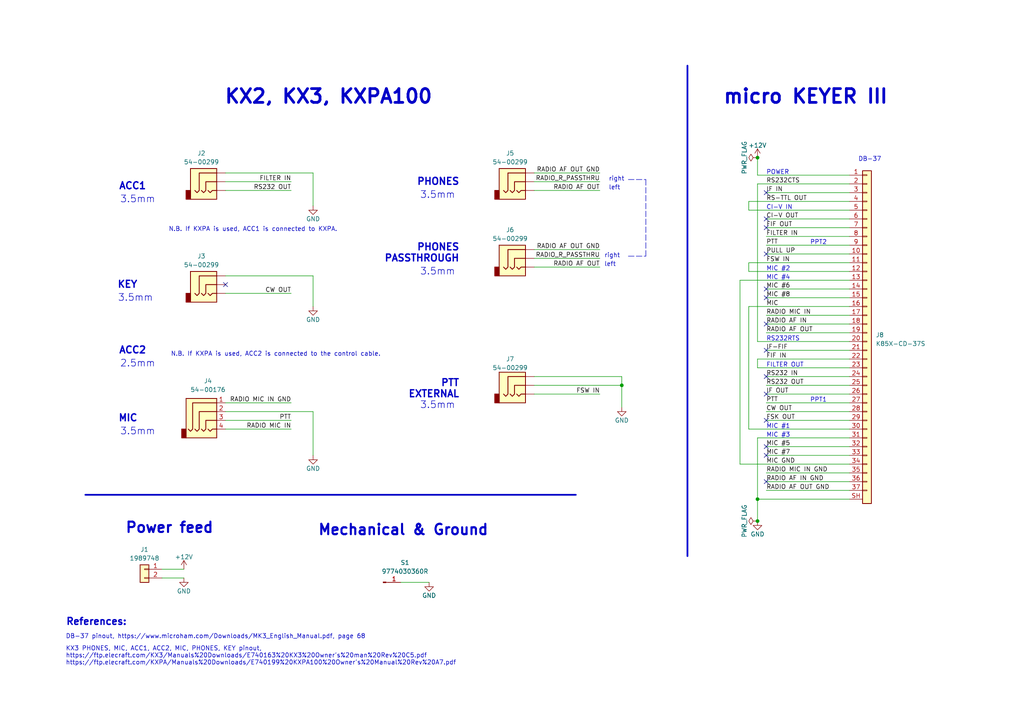
<source format=kicad_sch>
(kicad_sch (version 20230121) (generator eeschema)
  (paper "A4")
  (title_block (title "MicroHAM micro KEYER III DB-37  to KX2/KX3 interface board") (date "2023-02-27") (rev "1") (company "CC BY-SA 4.0") (comment 1 "Copyright © 2023 Christian Kuhtz."))
  (lib_symbols
    (symbol "Connector_Audio_Tensility:54-00176"
      (property "Reference" "J" (at 0 8.89 0))
      (property "Value" "54-00176" (at 0 6.35 0))
      (symbol "54-00176_0_1"
        (rectangle (start -6.35 -7.62) (end -7.62 -5.08) (stroke (width 0.254)) (fill (type outline)))
        (polyline (pts (xy 0 -5.08) (xy 0.635 -5.715) (xy 1.27 -5.08) (xy 2.54 -5.08)) (stroke (width 0.254)))
        (polyline (pts (xy -5.715 -5.08) (xy -5.08 -5.715) (xy -4.445 -5.08) (xy -4.445 2.54) (xy 2.54 2.54)) (stroke (width 0.254)))
        (polyline (pts (xy -1.905 -5.08) (xy -1.27 -5.715) (xy -0.635 -5.08) (xy -0.635 -2.54) (xy 2.54 -2.54)) (stroke (width 0.254)))
        (polyline (pts (xy 2.54 0) (xy -2.54 0) (xy -2.54 -5.08) (xy -3.175 -5.715) (xy -3.81 -5.08)) (stroke (width 0.254)))
        (rectangle (start 2.54 3.81) (end -6.35 -7.62) (stroke (width 0.254)) (fill (type background)))
      )
      (symbol "54-00176_1_0"
        (pin no_connect line (at 5.08 -7.62 180) (length 2.54) hide (name "NC") (number "5"))
        (pin no_connect line (at 5.08 -7.62 180) (length 2.54) hide (name "NC") (number "6"))
      )
      (symbol "54-00176_1_1"
        (pin passive line (at 5.08 2.54 180) (length 2.54) (name "S") (number "1"))
        (pin passive line (at 5.08 0 180) (length 2.54) (name "R2") (number "2"))
        (pin passive line (at 5.08 -2.54 180) (length 2.54) (name "R1") (number "3"))
        (pin passive line (at 5.08 -5.08 180) (length 2.54) (name "T") (number "4"))
      )
    )
    (symbol "Connector_Audio_Tensility:54-00299"
      (property "Reference" "J" (at 0 8.89 0))
      (property "Value" "54-00299" (at 0 6.35 0))
      (symbol "54-00299_0_1"
        (rectangle (start -5.08 -2.54) (end -6.35 -5.08) (stroke (width 0.254)) (fill (type outline)))
        (polyline (pts (xy 0 -2.54) (xy 0.635 -3.175) (xy 1.27 -2.54) (xy 2.54 -2.54)) (stroke (width 0.254)))
        (polyline (pts (xy -1.905 -2.54) (xy -1.27 -3.175) (xy -0.635 -2.54) (xy -0.635 0) (xy 2.54 0)) (stroke (width 0.254)))
        (polyline (pts (xy 2.54 2.54) (xy -2.54 2.54) (xy -2.54 -2.54) (xy -3.175 -3.175) (xy -3.81 -2.54)) (stroke (width 0.254)))
        (rectangle (start 2.54 3.81) (end -5.08 -5.08) (stroke (width 0.254)) (fill (type background)))
      )
      (symbol "54-00299_1_0"
        (pin no_connect line (at 5.08 -5.08 180) (length 2.54) hide (name "NC") (number "4"))
        (pin no_connect line (at 5.08 -5.08 180) (length 2.54) hide (name "NC") (number "5"))
      )
      (symbol "54-00299_1_1"
        (pin passive line (at 5.08 2.54 180) (length 2.54) (name "S") (number "1"))
        (pin passive line (at 5.08 0 180) (length 2.54) (name "R") (number "2"))
        (pin passive line (at 5.08 -2.54 180) (length 2.54) (name "T") (number "3"))
      )
    )
    (symbol "Connector_COMBICON_Phoenix:1989748" (pin_names (offset 1.016) hide)
      (property "Reference" "J" (at 0 5.08 0))
      (property "Value" "1989748" (at 0 2.54 0))
      (symbol "1989748_1_1"
        (rectangle (start -1.27 -2.413) (end 0 -2.667) (stroke (width 0.1524)))
        (rectangle (start -1.27 0.127) (end 0 -0.127) (stroke (width 0.1524)))
        (rectangle (start -1.27 1.27) (end 1.27 -3.81) (stroke (width 0.254)) (fill (type background)))
        (pin passive line (at -5.08 0 0) (length 3.81) (name "Pin_1") (number "1"))
        (pin passive line (at -5.08 -2.54 0) (length 3.81) (name "Pin_2") (number "2"))
      )
    )
    (symbol "Connector_Dsub_Kycon:K85X-CD-37S" (pin_names (offset 0.254))
      (property "Reference" "J" (at 5.08 2.54 0))
      (property "Value" "K85X-CD-37S" (at 5.08 -97.79 0))
      (symbol "K85X-CD-37S_1_1"
        (rectangle (start 3.81 -91.313) (end 5.08 -91.567) (stroke (width 0.1524)))
        (rectangle (start 3.81 -88.773) (end 5.08 -89.027) (stroke (width 0.1524)))
        (rectangle (start 3.81 -86.233) (end 5.08 -86.487) (stroke (width 0.1524)))
        (rectangle (start 3.81 -83.693) (end 5.08 -83.947) (stroke (width 0.1524)))
        (rectangle (start 3.81 -81.153) (end 5.08 -81.407) (stroke (width 0.1524)))
        (rectangle (start 3.81 -78.613) (end 5.08 -78.867) (stroke (width 0.1524)))
        (rectangle (start 3.81 -76.073) (end 5.08 -76.327) (stroke (width 0.1524)))
        (rectangle (start 3.81 -73.533) (end 5.08 -73.787) (stroke (width 0.1524)))
        (rectangle (start 3.81 -70.993) (end 5.08 -71.247) (stroke (width 0.1524)))
        (rectangle (start 3.81 -68.453) (end 5.08 -68.707) (stroke (width 0.1524)))
        (rectangle (start 3.81 -65.913) (end 5.08 -66.167) (stroke (width 0.1524)))
        (rectangle (start 3.81 -63.373) (end 5.08 -63.627) (stroke (width 0.1524)))
        (rectangle (start 3.81 -60.833) (end 5.08 -61.087) (stroke (width 0.1524)))
        (rectangle (start 3.81 -58.293) (end 5.08 -58.547) (stroke (width 0.1524)))
        (rectangle (start 3.81 -55.753) (end 5.08 -56.007) (stroke (width 0.1524)))
        (rectangle (start 3.81 -53.213) (end 5.08 -53.467) (stroke (width 0.1524)))
        (rectangle (start 3.81 -50.673) (end 5.08 -50.927) (stroke (width 0.1524)))
        (rectangle (start 3.81 -48.133) (end 5.08 -48.387) (stroke (width 0.1524)))
        (rectangle (start 3.81 -45.593) (end 5.08 -45.847) (stroke (width 0.1524)))
        (rectangle (start 3.81 -43.053) (end 5.08 -43.307) (stroke (width 0.1524)))
        (rectangle (start 3.81 -40.513) (end 5.08 -40.767) (stroke (width 0.1524)))
        (rectangle (start 3.81 -37.973) (end 5.08 -38.227) (stroke (width 0.1524)))
        (rectangle (start 3.81 -35.433) (end 5.08 -35.687) (stroke (width 0.1524)))
        (rectangle (start 3.81 -32.893) (end 5.08 -33.147) (stroke (width 0.1524)))
        (rectangle (start 3.81 -30.353) (end 5.08 -30.607) (stroke (width 0.1524)))
        (rectangle (start 3.81 -27.813) (end 5.08 -28.067) (stroke (width 0.1524)))
        (rectangle (start 3.81 -25.273) (end 5.08 -25.527) (stroke (width 0.1524)))
        (rectangle (start 3.81 -22.733) (end 5.08 -22.987) (stroke (width 0.1524)))
        (rectangle (start 3.81 -20.193) (end 5.08 -20.447) (stroke (width 0.1524)))
        (rectangle (start 3.81 -17.653) (end 5.08 -17.907) (stroke (width 0.1524)))
        (rectangle (start 3.81 -15.113) (end 5.08 -15.367) (stroke (width 0.1524)))
        (rectangle (start 3.81 -12.573) (end 5.08 -12.827) (stroke (width 0.1524)))
        (rectangle (start 3.81 -10.033) (end 5.08 -10.287) (stroke (width 0.1524)))
        (rectangle (start 3.81 -7.493) (end 5.08 -7.747) (stroke (width 0.1524)))
        (rectangle (start 3.81 -4.953) (end 5.08 -5.207) (stroke (width 0.1524)))
        (rectangle (start 3.81 -2.413) (end 5.08 -2.667) (stroke (width 0.1524)))
        (rectangle (start 3.81 0.127) (end 5.08 -0.127) (stroke (width 0.1524)))
        (rectangle (start 3.81 1.27) (end 6.35 -95.25) (stroke (width 0.254)) (fill (type background)))
        (pin passive line (at 0 0 0) (length 3.81) (name "Pin_1") (number "1"))
        (pin passive line (at 0 -22.86 0) (length 3.81) (name "Pin_10") (number "10"))
        (pin passive line (at 0 -25.4 0) (length 3.81) (name "Pin_11") (number "11"))
        (pin passive line (at 0 -27.94 0) (length 3.81) (name "Pin_12") (number "12"))
        (pin passive line (at 0 -30.48 0) (length 3.81) (name "Pin_13") (number "13"))
        (pin passive line (at 0 -33.02 0) (length 3.81) (name "Pin_14") (number "14"))
        (pin passive line (at 0 -35.56 0) (length 3.81) (name "Pin_15") (number "15"))
        (pin passive line (at 0 -38.1 0) (length 3.81) (name "Pin_16") (number "16"))
        (pin passive line (at 0 -40.64 0) (length 3.81) (name "Pin_17") (number "17"))
        (pin passive line (at 0 -43.18 0) (length 3.81) (name "Pin_18") (number "18"))
        (pin passive line (at 0 -45.72 0) (length 3.81) (name "Pin_19") (number "19"))
        (pin passive line (at 0 -2.54 0) (length 3.81) (name "Pin_2") (number "2"))
        (pin passive line (at 0 -48.26 0) (length 3.81) (name "Pin_20") (number "20"))
        (pin passive line (at 0 -50.8 0) (length 3.81) (name "Pin_21") (number "21"))
        (pin passive line (at 0 -53.34 0) (length 3.81) (name "Pin_22") (number "22"))
        (pin passive line (at 0 -55.88 0) (length 3.81) (name "Pin_23") (number "23"))
        (pin passive line (at 0 -58.42 0) (length 3.81) (name "Pin_24") (number "24"))
        (pin passive line (at 0 -60.96 0) (length 3.81) (name "Pin_25") (number "25"))
        (pin passive line (at 0 -63.5 0) (length 3.81) (name "Pin_26") (number "26"))
        (pin passive line (at 0 -66.04 0) (length 3.81) (name "Pin_27") (number "27"))
        (pin passive line (at 0 -68.58 0) (length 3.81) (name "Pin_28") (number "28"))
        (pin passive line (at 0 -71.12 0) (length 3.81) (name "Pin_29") (number "29"))
        (pin passive line (at 0 -5.08 0) (length 3.81) (name "Pin_3") (number "3"))
        (pin passive line (at 0 -73.66 0) (length 3.81) (name "Pin_30") (number "30"))
        (pin passive line (at 0 -76.2 0) (length 3.81) (name "Pin_31") (number "31"))
        (pin passive line (at 0 -78.74 0) (length 3.81) (name "Pin_32") (number "32"))
        (pin passive line (at 0 -81.28 0) (length 3.81) (name "Pin_33") (number "33"))
        (pin passive line (at 0 -83.82 0) (length 3.81) (name "Pin_34") (number "34"))
        (pin passive line (at 0 -86.36 0) (length 3.81) (name "Pin_35") (number "35"))
        (pin passive line (at 0 -88.9 0) (length 3.81) (name "Pin_36") (number "36"))
        (pin passive line (at 0 -91.44 0) (length 3.81) (name "Pin_37") (number "37"))
        (pin passive line (at 0 -7.62 0) (length 3.81) (name "Pin_4") (number "4"))
        (pin passive line (at 0 -10.16 0) (length 3.81) (name "Pin_5") (number "5"))
        (pin passive line (at 0 -12.7 0) (length 3.81) (name "Pin_6") (number "6"))
        (pin passive line (at 0 -15.24 0) (length 3.81) (name "Pin_7") (number "7"))
        (pin passive line (at 0 -17.78 0) (length 3.81) (name "Pin_8") (number "8"))
        (pin passive line (at 0 -20.32 0) (length 3.81) (name "Pin_9") (number "9"))
        (pin power_in line (at 0 -93.98 0) (length 3.81) (name "SH") (number "SH"))
      )
      (symbol "K85X-CD-37S_1_2"
        (polyline (pts (xy 5.08 -93.98) (xy 12.7 -93.98)) (stroke (width 0.127)))
        (polyline (pts (xy 5.08 2.54) (xy 5.08 -93.98)) (stroke (width 0.127)))
        (polyline (pts (xy 7.62 -91.44) (xy 5.08 -91.44)) (stroke (width 0.127)))
        (polyline (pts (xy 7.62 -91.44) (xy 8.89 -92.2867)) (stroke (width 0.127)))
        (polyline (pts (xy 7.62 -91.44) (xy 8.89 -90.5933)) (stroke (width 0.127)))
        (polyline (pts (xy 7.62 -88.9) (xy 5.08 -88.9)) (stroke (width 0.127)))
        (polyline (pts (xy 7.62 -88.9) (xy 8.89 -89.7467)) (stroke (width 0.127)))
        (polyline (pts (xy 7.62 -88.9) (xy 8.89 -88.0533)) (stroke (width 0.127)))
        (polyline (pts (xy 7.62 -86.36) (xy 5.08 -86.36)) (stroke (width 0.127)))
        (polyline (pts (xy 7.62 -86.36) (xy 8.89 -87.2067)) (stroke (width 0.127)))
        (polyline (pts (xy 7.62 -86.36) (xy 8.89 -85.5133)) (stroke (width 0.127)))
        (polyline (pts (xy 7.62 -83.82) (xy 5.08 -83.82)) (stroke (width 0.127)))
        (polyline (pts (xy 7.62 -83.82) (xy 8.89 -84.6667)) (stroke (width 0.127)))
        (polyline (pts (xy 7.62 -83.82) (xy 8.89 -82.9733)) (stroke (width 0.127)))
        (polyline (pts (xy 7.62 -81.28) (xy 5.08 -81.28)) (stroke (width 0.127)))
        (polyline (pts (xy 7.62 -81.28) (xy 8.89 -82.1267)) (stroke (width 0.127)))
        (polyline (pts (xy 7.62 -81.28) (xy 8.89 -80.4333)) (stroke (width 0.127)))
        (polyline (pts (xy 7.62 -78.74) (xy 5.08 -78.74)) (stroke (width 0.127)))
        (polyline (pts (xy 7.62 -78.74) (xy 8.89 -79.5867)) (stroke (width 0.127)))
        (polyline (pts (xy 7.62 -78.74) (xy 8.89 -77.8933)) (stroke (width 0.127)))
        (polyline (pts (xy 7.62 -76.2) (xy 5.08 -76.2)) (stroke (width 0.127)))
        (polyline (pts (xy 7.62 -76.2) (xy 8.89 -77.0467)) (stroke (width 0.127)))
        (polyline (pts (xy 7.62 -76.2) (xy 8.89 -75.3533)) (stroke (width 0.127)))
        (polyline (pts (xy 7.62 -73.66) (xy 5.08 -73.66)) (stroke (width 0.127)))
        (polyline (pts (xy 7.62 -73.66) (xy 8.89 -74.5067)) (stroke (width 0.127)))
        (polyline (pts (xy 7.62 -73.66) (xy 8.89 -72.8133)) (stroke (width 0.127)))
        (polyline (pts (xy 7.62 -71.12) (xy 5.08 -71.12)) (stroke (width 0.127)))
        (polyline (pts (xy 7.62 -71.12) (xy 8.89 -71.9667)) (stroke (width 0.127)))
        (polyline (pts (xy 7.62 -71.12) (xy 8.89 -70.2733)) (stroke (width 0.127)))
        (polyline (pts (xy 7.62 -68.58) (xy 5.08 -68.58)) (stroke (width 0.127)))
        (polyline (pts (xy 7.62 -68.58) (xy 8.89 -69.4267)) (stroke (width 0.127)))
        (polyline (pts (xy 7.62 -68.58) (xy 8.89 -67.7333)) (stroke (width 0.127)))
        (polyline (pts (xy 7.62 -66.04) (xy 5.08 -66.04)) (stroke (width 0.127)))
        (polyline (pts (xy 7.62 -66.04) (xy 8.89 -66.8867)) (stroke (width 0.127)))
        (polyline (pts (xy 7.62 -66.04) (xy 8.89 -65.1933)) (stroke (width 0.127)))
        (polyline (pts (xy 7.62 -63.5) (xy 5.08 -63.5)) (stroke (width 0.127)))
        (polyline (pts (xy 7.62 -63.5) (xy 8.89 -64.3467)) (stroke (width 0.127)))
        (polyline (pts (xy 7.62 -63.5) (xy 8.89 -62.6533)) (stroke (width 0.127)))
        (polyline (pts (xy 7.62 -60.96) (xy 5.08 -60.96)) (stroke (width 0.127)))
        (polyline (pts (xy 7.62 -60.96) (xy 8.89 -61.8067)) (stroke (width 0.127)))
        (polyline (pts (xy 7.62 -60.96) (xy 8.89 -60.1133)) (stroke (width 0.127)))
        (polyline (pts (xy 7.62 -58.42) (xy 5.08 -58.42)) (stroke (width 0.127)))
        (polyline (pts (xy 7.62 -58.42) (xy 8.89 -59.2667)) (stroke (width 0.127)))
        (polyline (pts (xy 7.62 -58.42) (xy 8.89 -57.5733)) (stroke (width 0.127)))
        (polyline (pts (xy 7.62 -55.88) (xy 5.08 -55.88)) (stroke (width 0.127)))
        (polyline (pts (xy 7.62 -55.88) (xy 8.89 -56.7267)) (stroke (width 0.127)))
        (polyline (pts (xy 7.62 -55.88) (xy 8.89 -55.0333)) (stroke (width 0.127)))
        (polyline (pts (xy 7.62 -53.34) (xy 5.08 -53.34)) (stroke (width 0.127)))
        (polyline (pts (xy 7.62 -53.34) (xy 8.89 -54.1867)) (stroke (width 0.127)))
        (polyline (pts (xy 7.62 -53.34) (xy 8.89 -52.4933)) (stroke (width 0.127)))
        (polyline (pts (xy 7.62 -50.8) (xy 5.08 -50.8)) (stroke (width 0.127)))
        (polyline (pts (xy 7.62 -50.8) (xy 8.89 -51.6467)) (stroke (width 0.127)))
        (polyline (pts (xy 7.62 -50.8) (xy 8.89 -49.9533)) (stroke (width 0.127)))
        (polyline (pts (xy 7.62 -48.26) (xy 5.08 -48.26)) (stroke (width 0.127)))
        (polyline (pts (xy 7.62 -48.26) (xy 8.89 -49.1067)) (stroke (width 0.127)))
        (polyline (pts (xy 7.62 -48.26) (xy 8.89 -47.4133)) (stroke (width 0.127)))
        (polyline (pts (xy 7.62 -45.72) (xy 5.08 -45.72)) (stroke (width 0.127)))
        (polyline (pts (xy 7.62 -45.72) (xy 8.89 -46.5667)) (stroke (width 0.127)))
        (polyline (pts (xy 7.62 -45.72) (xy 8.89 -44.8733)) (stroke (width 0.127)))
        (polyline (pts (xy 7.62 -43.18) (xy 5.08 -43.18)) (stroke (width 0.127)))
        (polyline (pts (xy 7.62 -43.18) (xy 8.89 -44.0267)) (stroke (width 0.127)))
        (polyline (pts (xy 7.62 -43.18) (xy 8.89 -42.3333)) (stroke (width 0.127)))
        (polyline (pts (xy 7.62 -40.64) (xy 5.08 -40.64)) (stroke (width 0.127)))
        (polyline (pts (xy 7.62 -40.64) (xy 8.89 -41.4867)) (stroke (width 0.127)))
        (polyline (pts (xy 7.62 -40.64) (xy 8.89 -39.7933)) (stroke (width 0.127)))
        (polyline (pts (xy 7.62 -38.1) (xy 5.08 -38.1)) (stroke (width 0.127)))
        (polyline (pts (xy 7.62 -38.1) (xy 8.89 -38.9467)) (stroke (width 0.127)))
        (polyline (pts (xy 7.62 -38.1) (xy 8.89 -37.2533)) (stroke (width 0.127)))
        (polyline (pts (xy 7.62 -35.56) (xy 5.08 -35.56)) (stroke (width 0.127)))
        (polyline (pts (xy 7.62 -35.56) (xy 8.89 -36.4067)) (stroke (width 0.127)))
        (polyline (pts (xy 7.62 -35.56) (xy 8.89 -34.7133)) (stroke (width 0.127)))
        (polyline (pts (xy 7.62 -33.02) (xy 5.08 -33.02)) (stroke (width 0.127)))
        (polyline (pts (xy 7.62 -33.02) (xy 8.89 -33.8667)) (stroke (width 0.127)))
        (polyline (pts (xy 7.62 -33.02) (xy 8.89 -32.1733)) (stroke (width 0.127)))
        (polyline (pts (xy 7.62 -30.48) (xy 5.08 -30.48)) (stroke (width 0.127)))
        (polyline (pts (xy 7.62 -30.48) (xy 8.89 -31.3267)) (stroke (width 0.127)))
        (polyline (pts (xy 7.62 -30.48) (xy 8.89 -29.6333)) (stroke (width 0.127)))
        (polyline (pts (xy 7.62 -27.94) (xy 5.08 -27.94)) (stroke (width 0.127)))
        (polyline (pts (xy 7.62 -27.94) (xy 8.89 -28.7867)) (stroke (width 0.127)))
        (polyline (pts (xy 7.62 -27.94) (xy 8.89 -27.0933)) (stroke (width 0.127)))
        (polyline (pts (xy 7.62 -25.4) (xy 5.08 -25.4)) (stroke (width 0.127)))
        (polyline (pts (xy 7.62 -25.4) (xy 8.89 -26.2467)) (stroke (width 0.127)))
        (polyline (pts (xy 7.62 -25.4) (xy 8.89 -24.5533)) (stroke (width 0.127)))
        (polyline (pts (xy 7.62 -22.86) (xy 5.08 -22.86)) (stroke (width 0.127)))
        (polyline (pts (xy 7.62 -22.86) (xy 8.89 -23.7067)) (stroke (width 0.127)))
        (polyline (pts (xy 7.62 -22.86) (xy 8.89 -22.0133)) (stroke (width 0.127)))
        (polyline (pts (xy 7.62 -20.32) (xy 5.08 -20.32)) (stroke (width 0.127)))
        (polyline (pts (xy 7.62 -20.32) (xy 8.89 -21.1667)) (stroke (width 0.127)))
        (polyline (pts (xy 7.62 -20.32) (xy 8.89 -19.4733)) (stroke (width 0.127)))
        (polyline (pts (xy 7.62 -17.78) (xy 5.08 -17.78)) (stroke (width 0.127)))
        (polyline (pts (xy 7.62 -17.78) (xy 8.89 -18.6267)) (stroke (width 0.127)))
        (polyline (pts (xy 7.62 -17.78) (xy 8.89 -16.9333)) (stroke (width 0.127)))
        (polyline (pts (xy 7.62 -15.24) (xy 5.08 -15.24)) (stroke (width 0.127)))
        (polyline (pts (xy 7.62 -15.24) (xy 8.89 -16.0867)) (stroke (width 0.127)))
        (polyline (pts (xy 7.62 -15.24) (xy 8.89 -14.3933)) (stroke (width 0.127)))
        (polyline (pts (xy 7.62 -12.7) (xy 5.08 -12.7)) (stroke (width 0.127)))
        (polyline (pts (xy 7.62 -12.7) (xy 8.89 -13.5467)) (stroke (width 0.127)))
        (polyline (pts (xy 7.62 -12.7) (xy 8.89 -11.8533)) (stroke (width 0.127)))
        (polyline (pts (xy 7.62 -10.16) (xy 5.08 -10.16)) (stroke (width 0.127)))
        (polyline (pts (xy 7.62 -10.16) (xy 8.89 -11.0067)) (stroke (width 0.127)))
        (polyline (pts (xy 7.62 -10.16) (xy 8.89 -9.3133)) (stroke (width 0.127)))
        (polyline (pts (xy 7.62 -7.62) (xy 5.08 -7.62)) (stroke (width 0.127)))
        (polyline (pts (xy 7.62 -7.62) (xy 8.89 -8.4667)) (stroke (width 0.127)))
        (polyline (pts (xy 7.62 -7.62) (xy 8.89 -6.7733)) (stroke (width 0.127)))
        (polyline (pts (xy 7.62 -5.08) (xy 5.08 -5.08)) (stroke (width 0.127)))
        (polyline (pts (xy 7.62 -5.08) (xy 8.89 -5.9267)) (stroke (width 0.127)))
        (polyline (pts (xy 7.62 -5.08) (xy 8.89 -4.2333)) (stroke (width 0.127)))
        (polyline (pts (xy 7.62 -2.54) (xy 5.08 -2.54)) (stroke (width 0.127)))
        (polyline (pts (xy 7.62 -2.54) (xy 8.89 -3.3867)) (stroke (width 0.127)))
        (polyline (pts (xy 7.62 -2.54) (xy 8.89 -1.6933)) (stroke (width 0.127)))
        (polyline (pts (xy 7.62 0) (xy 5.08 0)) (stroke (width 0.127)))
        (polyline (pts (xy 7.62 0) (xy 8.89 -0.8467)) (stroke (width 0.127)))
        (polyline (pts (xy 7.62 0) (xy 8.89 0.8467)) (stroke (width 0.127)))
        (polyline (pts (xy 12.7 -93.98) (xy 12.7 2.54)) (stroke (width 0.127)))
        (polyline (pts (xy 12.7 2.54) (xy 5.08 2.54)) (stroke (width 0.127)))
      )
    )
    (symbol "Spacer_Wuerth:9774030360R" (pin_names (offset 1.016) hide)
      (property "Reference" "S" (at 0 2.54 0))
      (property "Value" "9774030360R" (at 0 -2.54 0))
      (symbol "9774030360R_1_1"
        (polyline (pts (xy 1.27 0) (xy 0.8636 0)) (stroke (width 0.1524)))
        (rectangle (start 0.8636 0.127) (end 0 -0.127) (stroke (width 0.1524)) (fill (type outline)))
        (pin passive line (at 5.08 0 180) (length 3.81) (name "Pin_1") (number "1"))
      )
    )
    (symbol "power:+12V" (power) (pin_names (offset 0))
      (property "Value" "+12V" (at 0 3.556 0))
      (symbol "+12V_0_1"
        (polyline (pts (xy -0.762 1.27) (xy 0 2.54)))
        (polyline (pts (xy 0 0) (xy 0 2.54)))
        (polyline (pts (xy 0 2.54) (xy 0.762 1.27)))
      )
      (symbol "+12V_1_1"
        (pin power_in line (at 0 0 90) (length 0) hide (name "+12V") (number "1"))
      )
    )
    (symbol "power:GND" (power) (pin_names (offset 0))
      (property "Value" "GND" (at 0 -3.81 0))
      (symbol "GND_0_1"
        (polyline (pts (xy 0 0) (xy 0 -1.27) (xy 1.27 -1.27) (xy 0 -2.54) (xy -1.27 -1.27) (xy 0 -1.27)))
      )
      (symbol "GND_1_1"
        (pin power_in line (at 0 0 270) (length 0) hide (name "GND") (number "1"))
      )
    )
    (symbol "power:PWR_FLAG" (power) (pin_numbers hide) (pin_names (offset 0) hide)
      (property "Value" "PWR_FLAG" (at 0 3.81 0))
      (symbol "PWR_FLAG_0_0"
        (pin power_out line (at 0 0 90) (length 0) (name "pwr") (number "1"))
      )
      (symbol "PWR_FLAG_0_1"
        (polyline (pts (xy 0 0) (xy 0 1.27) (xy -1.016 1.905) (xy 0 2.54) (xy 1.016 1.905) (xy 0 1.27)))
      )
    )
  )
  (junction (at 219.71 144.78))
  (junction (at 219.71 45.72))
  (junction (at 180.34 111.76))
  (junction (at 219.71 151.13))
  (no_connect (at 222.25 55.88))
  (no_connect (at 222.25 63.5))
  (no_connect (at 65.405 82.55))
  (no_connect (at 222.25 114.3))
  (no_connect (at 222.25 83.82))
  (no_connect (at 222.25 86.36))
  (no_connect (at 222.25 109.22))
  (no_connect (at 222.25 101.6))
  (no_connect (at 222.25 66.04))
  (no_connect (at 222.25 132.08))
  (no_connect (at 222.25 73.66))
  (no_connect (at 222.25 93.98))
  (no_connect (at 222.25 129.54))
  (no_connect (at 222.25 139.7))
  (no_connect (at 222.25 121.92))
  (wire (pts (xy 214.63 81.28) (xy 246.38 81.28)))
  (wire (pts (xy 246.38 111.76) (xy 222.25 111.76)))
  (wire (pts (xy 180.34 109.22) (xy 154.94 109.22)))
  (wire (pts (xy 246.38 68.58) (xy 222.25 68.58)))
  (wire (pts (xy 180.34 111.76) (xy 180.34 118.11)))
  (wire (pts (xy 217.17 60.96) (xy 246.38 60.96)))
  (wire (pts (xy 246.38 119.38) (xy 222.25 119.38)))
  (wire (pts (xy 246.38 109.22) (xy 222.25 109.22)))
  (wire (pts (xy 246.38 139.7) (xy 222.25 139.7)))
  (wire (pts (xy 219.71 99.06) (xy 246.38 99.06)))
  (wire (pts (xy 246.38 86.36) (xy 222.25 86.36)))
  (wire (pts (xy 246.38 101.6) (xy 222.25 101.6)))
  (wire (pts (xy 90.805 119.38) (xy 90.805 132.08)))
  (wire (pts (xy 90.805 119.38) (xy 65.405 119.38)))
  (polyline (pts (xy 24.765 143.51) (xy 167.005 143.51)) (stroke (width 0.5)))
  (wire (pts (xy 84.455 55.245) (xy 65.405 55.245)))
  (polyline (pts (xy 182.245 52.07) (xy 187.325 52.07)) (stroke (width 0) (type dash)))
  (wire (pts (xy 217.17 78.74) (xy 246.38 78.74)))
  (wire (pts (xy 116.205 168.91) (xy 124.46 168.91)))
  (polyline (pts (xy 182.245 74.295) (xy 187.325 74.295)) (stroke (width 0) (type dash)))
  (wire (pts (xy 246.38 66.04) (xy 222.25 66.04)))
  (wire (pts (xy 246.38 93.98) (xy 222.25 93.98)))
  (wire (pts (xy 217.17 76.2) (xy 246.38 76.2)))
  (wire (pts (xy 217.17 124.46) (xy 246.38 124.46)))
  (wire (pts (xy 222.25 71.12) (xy 246.38 71.12)))
  (wire (pts (xy 173.99 50.165) (xy 154.94 50.165)))
  (wire (pts (xy 90.805 80.01) (xy 90.805 88.9)))
  (wire (pts (xy 246.38 55.88) (xy 222.25 55.88)))
  (wire (pts (xy 219.71 104.14) (xy 246.38 104.14)))
  (wire (pts (xy 246.38 144.78) (xy 219.71 144.78)))
  (polyline (pts (xy 199.39 19.05) (xy 199.39 161.29)) (stroke (width 0.5)))
  (wire (pts (xy 180.34 109.22) (xy 180.34 111.76)))
  (wire (pts (xy 219.71 127) (xy 219.71 144.78)))
  (polyline (pts (xy 187.325 52.07) (xy 187.325 74.295)) (stroke (width 0) (type dash)))
  (wire (pts (xy 246.38 132.08) (xy 222.25 132.08)))
  (wire (pts (xy 246.38 73.66) (xy 222.25 73.66)))
  (wire (pts (xy 219.71 53.34) (xy 246.38 53.34)))
  (wire (pts (xy 90.805 50.165) (xy 90.805 59.69)))
  (wire (pts (xy 219.71 45.72) (xy 219.71 50.8)))
  (wire (pts (xy 246.38 121.92) (xy 222.25 121.92)))
  (wire (pts (xy 246.38 137.16) (xy 222.25 137.16)))
  (wire (pts (xy 84.455 124.46) (xy 65.405 124.46)))
  (wire (pts (xy 217.17 88.9) (xy 217.17 124.46)))
  (wire (pts (xy 246.38 91.44) (xy 222.25 91.44)))
  (wire (pts (xy 217.17 58.42) (xy 246.38 58.42)))
  (wire (pts (xy 246.38 114.3) (xy 222.25 114.3)))
  (wire (pts (xy 84.455 52.705) (xy 65.405 52.705)))
  (wire (pts (xy 154.94 77.47) (xy 173.99 77.47)))
  (wire (pts (xy 46.99 165.1) (xy 53.34 165.1)))
  (wire (pts (xy 219.71 106.68) (xy 246.38 106.68)))
  (wire (pts (xy 246.38 96.52) (xy 222.25 96.52)))
  (wire (pts (xy 154.94 114.3) (xy 173.99 114.3)))
  (wire (pts (xy 246.38 63.5) (xy 222.25 63.5)))
  (wire (pts (xy 90.805 50.165) (xy 65.405 50.165)))
  (wire (pts (xy 53.34 167.64) (xy 46.99 167.64)))
  (wire (pts (xy 246.38 142.24) (xy 222.25 142.24)))
  (wire (pts (xy 246.38 129.54) (xy 222.25 129.54)))
  (wire (pts (xy 154.94 72.39) (xy 173.99 72.39)))
  (wire (pts (xy 173.99 55.245) (xy 154.94 55.245)))
  (wire (pts (xy 173.99 52.705) (xy 154.94 52.705)))
  (wire (pts (xy 214.63 134.62) (xy 214.63 81.28)))
  (wire (pts (xy 246.38 50.8) (xy 219.71 50.8)))
  (wire (pts (xy 90.805 80.01) (xy 65.405 80.01)))
  (wire (pts (xy 219.71 144.78) (xy 219.71 151.13)))
  (wire (pts (xy 84.455 116.84) (xy 65.405 116.84)))
  (wire (pts (xy 214.63 134.62) (xy 246.38 134.62)))
  (wire (pts (xy 219.71 99.06) (xy 219.71 53.34)))
  (wire (pts (xy 154.94 74.93) (xy 173.99 74.93)))
  (wire (pts (xy 217.17 76.2) (xy 217.17 78.74)))
  (wire (pts (xy 246.38 116.84) (xy 222.25 116.84)))
  (wire (pts (xy 246.38 83.82) (xy 222.25 83.82)))
  (wire (pts (xy 154.94 111.76) (xy 180.34 111.76)))
  (wire (pts (xy 217.17 58.42) (xy 217.17 60.96)))
  (wire (pts (xy 84.455 85.09) (xy 65.405 85.09)))
  (wire (pts (xy 84.455 121.92) (xy 65.405 121.92)))
  (wire (pts (xy 219.71 104.14) (xy 219.71 106.68)))
  (wire (pts (xy 219.71 127) (xy 246.38 127)))
  (wire (pts (xy 217.17 88.9) (xy 246.38 88.9)))
  (text "3.5mm" (at 132.08 57.785 0) (effects (font (size 2 2)) (justify right bottom)))
  (text "Mechanical & Ground" (at 92.075 155.575 0) (effects (font (size 3 3) (thickness 0.6) bold) (justify left bottom)))
  (text "KEY" (at 40.005 83.82 0) (effects (font (size 2 2) (thickness 0.4) bold) (justify right bottom)))
  (text "PHONES\nPASSTHROUGH" (at 133.35 76.2 0) (effects (font (size 2 2) (thickness 0.4) bold) (justify right bottom)))
  (text "N.B. If KXPA is used, ACC1 is connected to KXPA." (at 48.895 67.31 0) (effects (font (size 1.27 1.27)) (justify left bottom)))
  (text "KX3 PHONES, MIC, ACC1, ACC2, MIC, PHONES, KEY pinout,\nhttps://ftp.elecraft.com/KX3/Manuals%20Downloads/E740163%20KX3%20Owner's%20man%20Rev%20C5.pdf\nhttps://ftp.elecraft.com/KXPA/Manuals%20Downloads/E740199%20KXPA100%20Owner's%20Manual%20Rev%20A7.pdf" (at 19.05 193.04 0) (effects (font (size 1.27 1.27)) (justify left bottom)))
  (text "KX2, KX3, KXPA100" (at 125.73 30.48 0) (effects (font (size 4 4) (thickness 0.8) bold) (justify right bottom)))
  (text "MIC #3" (at 222.25 127 0) (effects (font (size 1.27 1.27)) (justify left bottom)))
  (text "FILTER OUT" (at 222.25 106.68 0) (effects (font (size 1.27 1.27)) (justify left bottom)))
  (text "3.5mm" (at 132.08 80.01 0) (effects (font (size 2 2)) (justify right bottom)))
  (text "PPT1" (at 234.95 116.84 0) (effects (font (size 1.27 1.27)) (justify left bottom)))
  (text "MIC #2" (at 222.25 78.74 0) (effects (font (size 1.27 1.27)) (justify left bottom)))
  (text "DB-37" (at 248.92 46.99 0) (effects (font (size 1.27 1.27)) (justify left bottom)))
  (text "left" (at 175.26 77.47 0) (effects (font (size 1.27 1.27)) (justify left bottom)))
  (text "POWER" (at 222.25 50.8 0) (effects (font (size 1.27 1.27)) (justify left bottom)))
  (text "References:" (at 19.05 181.61 0) (effects (font (size 2 2) (thickness 0.4) bold) (justify left bottom)))
  (text "RS232RTS" (at 222.25 99.06 0) (effects (font (size 1.27 1.27)) (justify left bottom)))
  (text "2.5mm" (at 45.085 106.68 0) (effects (font (size 2 2)) (justify right bottom)))
  (text "3.5mm" (at 44.45 87.63 0) (effects (font (size 2 2)) (justify right bottom)))
  (text "PHONES" (at 133.35 53.975 0) (effects (font (size 2 2) (thickness 0.4) bold) (justify right bottom)))
  (text "3.5mm" (at 45.085 59.055 0) (effects (font (size 2 2)) (justify right bottom)))
  (text "PTT\nEXTERNAL" (at 133.35 115.57 0) (effects (font (size 2 2) (thickness 0.4) bold) (justify right bottom)))
  (text "N.B. If KXPA is used, ACC2 is connected to the control cable." (at 49.53 103.505 0) (effects (font (size 1.27 1.27)) (justify left bottom)))
  (text "CI-V IN" (at 222.25 60.96 0) (effects (font (size 1.27 1.27)) (justify left bottom)))
  (text "ACC1" (at 42.545 55.245 0) (effects (font (size 2 2) (thickness 0.4) bold) (justify right bottom)))
  (text "MIC #1" (at 222.25 124.46 0) (effects (font (size 1.27 1.27)) (justify left bottom)))
  (text "left" (at 176.53 55.245 0) (effects (font (size 1.27 1.27)) (justify left bottom)))
  (text "MIC" (at 40.005 122.555 0) (effects (font (size 2 2) (thickness 0.4) bold) (justify right bottom)))
  (text "3.5mm" (at 132.08 118.745 0) (effects (font (size 2 2)) (justify right bottom)))
  (text "PPT2" (at 234.95 71.12 0) (effects (font (size 1.27 1.27)) (justify left bottom)))
  (text "Power feed" (at 36.195 154.94 0) (effects (font (size 3 3) (thickness 0.6) bold) (justify left bottom)))
  (text "micro KEYER III" (at 257.81 30.48 0) (effects (font (size 4 4) (thickness 0.8) bold) (justify right bottom)))
  (text "DB-37 pinout, https://www.microham.com/Downloads/MK3_English_Manual.pdf, page 68" (at 19.05 185.42 0) (effects (font (size 1.27 1.27)) (justify left bottom)))
  (text "3.5mm" (at 45.085 126.365 0) (effects (font (size 2 2)) (justify right bottom)))
  (text "ACC2" (at 42.545 102.87 0) (effects (font (size 2 2) (thickness 0.4) bold) (justify right bottom)))
  (text "right" (at 176.53 52.705 0) (effects (font (size 1.27 1.27)) (justify left bottom)))
  (text "MIC #4" (at 222.25 81.28 0) (effects (font (size 1.27 1.27)) (justify left bottom)))
  (text "right" (at 175.26 74.93 0) (effects (font (size 1.27 1.27)) (justify left bottom)))
  (label "RS232 IN" (at 222.25 109.22 0))
  (label "RADIO MIC IN" (at 84.455 124.46 180))
  (label "FILTER IN" (at 84.455 52.705 180))
  (label "RS232CTS" (at 222.25 53.34 0))
  (label "MIC GND" (at 222.25 134.62 0))
  (label "RADIO MIC IN" (at 222.25 91.44 0))
  (label "MIC #6" (at 222.25 83.82 0))
  (label "RADIO MIC IN GND" (at 84.455 116.84 180))
  (label "PULL UP" (at 222.25 73.66 0))
  (label "CI-V OUT" (at 222.25 63.5 0))
  (label "RADIO_R_PASSTHRU" (at 173.99 52.705 180))
  (label "RADIO AF OUT GND" (at 173.99 72.39 180))
  (label "RADIO AF OUT GND" (at 173.99 50.165 180))
  (label "PTT" (at 222.25 71.12 0))
  (label "RADIO AF IN GND" (at 222.25 139.7 0))
  (label "IF IN" (at 222.25 55.88 0))
  (label "FIF IN" (at 222.25 104.14 0))
  (label "FSW IN" (at 173.99 114.3 180))
  (label "IF OUT" (at 222.25 114.3 0))
  (label "RADIO_R_PASSTHRU" (at 173.99 74.93 180))
  (label "RADIO AF IN" (at 222.25 93.98 0))
  (label "PTT" (at 222.25 116.84 0))
  (label "RS232 OUT" (at 84.455 55.245 180))
  (label "MIC #5" (at 222.25 129.54 0))
  (label "MIC" (at 222.25 88.9 0))
  (label "RS232 OUT" (at 222.25 111.76 0))
  (label "RADIO MIC IN GND" (at 222.25 137.16 0))
  (label "RADIO AF OUT" (at 173.99 55.245 180))
  (label "RADIO AF OUT" (at 173.99 77.47 180))
  (label "RADIO AF OUT" (at 222.25 96.52 0))
  (label "MIC #7" (at 222.25 132.08 0))
  (label "RADIO AF OUT GND" (at 222.25 142.24 0))
  (label "MIC #8" (at 222.25 86.36 0))
  (label "CW OUT" (at 84.455 85.09 180))
  (label "IF-FIF" (at 222.25 101.6 0))
  (label "RS-TTL OUT" (at 222.25 58.42 0))
  (label "FILTER IN" (at 222.25 68.58 0))
  (label "FSK OUT" (at 222.25 121.92 0))
  (label "PTT" (at 84.455 121.92 180))
  (label "FIF OUT" (at 222.25 66.04 0))
  (label "CW OUT" (at 222.25 119.38 0))
  (label "FSW IN" (at 222.25 76.2 0))
  (symbol (lib_id "power:PWR_FLAG") (at 219.71 151.13 90) (unit 1)
    (property "Reference" "#FLG02" (effects hide))
    (property "Value" "PWR_FLAG" (at 215.9 151.13 0))
  )
  (symbol (lib_id "Spacer_Wuerth:9774030360R") (at 111.125 168.91 0) (unit 1)
    (property "Reference" "S1" (at 117.475 163.195 0))
    (property "Value" "9774030360R" (at 117.475 165.735 0))
    (property "Footprint" "Spacer_Wuerth:9774030360R" (effects hide))
    (property "Manufacturer" "Wuerth" (effects hide))
    (property "MPN" "9774030360R" (effects hide))
    (property "Digi-KeyPN" "732-5270-1-ND" (effects hide))
  )
  (symbol (lib_id "Connector_Audio_Tensility:54-00299") (at 60.325 82.55 0) (unit 1)
    (property "Reference" "J3" (at 58.42 74.295 0))
    (property "Value" "54-00299" (at 58.42 76.835 0))
    (property "Footprint" "Connector_Audio_Tensility:54-00299" (effects hide))
    (property "Manufacturer" "Tensility" (effects hide))
    (property "MPN" "54-00299" (effects hide))
    (property "Digi-KeyPN" "839-54-00299CT-ND" (effects hide))
  )
  (symbol (lib_id "Connector_Audio_Tensility:54-00299") (at 149.86 111.76 0) (unit 1)
    (property "Reference" "J7" (at 147.955 104.14 0))
    (property "Value" "54-00299" (at 147.955 106.68 0))
    (property "Footprint" "Connector_Audio_Tensility:54-00299" (effects hide))
    (property "Manufacturer" "Tensility" (effects hide))
    (property "MPN" "54-00299" (effects hide))
    (property "Digi-KeyPN" "839-54-00299CT-ND" (effects hide))
  )
  (symbol (lib_id "power:PWR_FLAG") (at 219.71 45.72 90) (unit 1)
    (property "Reference" "#FLG01" (effects hide))
    (property "Value" "PWR_FLAG" (at 215.9 45.72 0))
  )
  (symbol (lib_id "power:GND") (at 53.34 167.64 0) (mirror y) (unit 1)
    (property "Reference" "#PWR02" (effects hide))
    (property "Value" "GND" (at 53.34 171.45 0))
  )
  (symbol (lib_id "power:GND") (at 219.71 151.13 0) (mirror y) (unit 1)
    (property "Reference" "#PWR09" (effects hide))
    (property "Value" "GND" (at 219.71 154.94 0))
  )
  (symbol (lib_id "power:GND") (at 124.46 168.91 0) (mirror y) (unit 1)
    (property "Reference" "#PWR06" (effects hide))
    (property "Value" "GND" (at 124.46 172.72 0))
  )
  (symbol (lib_id "power:GND") (at 90.805 88.9 0) (mirror y) (unit 1)
    (property "Reference" "#PWR04" (effects hide))
    (property "Value" "GND" (at 90.805 92.71 0))
  )
  (symbol (lib_id "power:GND") (at 90.805 132.08 0) (mirror y) (unit 1)
    (property "Reference" "#PWR05" (effects hide))
    (property "Value" "GND" (at 90.805 135.89 0))
  )
  (symbol (lib_id "power:GND") (at 180.34 118.11 0) (mirror y) (unit 1)
    (property "Reference" "#PWR07" (effects hide))
    (property "Value" "GND" (at 180.34 121.92 0))
  )
  (symbol (lib_id "Connector_COMBICON_Phoenix:1989748") (at 41.91 165.1 0) (mirror y) (unit 1)
    (property "Reference" "J1" (at 41.91 159.385 0))
    (property "Value" "1989748" (at 41.91 161.925 0))
    (property "Footprint" "Connector_COMBICON_Phoenix:1989748" (effects hide))
    (property "Manufacturer" "Phoenix" (effects hide))
    (property "MPN" "1989748" (effects hide))
    (property "Digi-KeyPN" "277-6156-ND" (effects hide))
  )
  (symbol (lib_id "power:+12V") (at 53.34 165.1 0) (mirror y) (unit 1)
    (property "Reference" "#PWR01" (effects hide))
    (property "Value" "+12V" (at 53.34 161.544 0))
  )
  (symbol (lib_id "power:+12V") (at 219.71 45.72 0) (mirror y) (unit 1)
    (property "Reference" "#PWR08" (effects hide))
    (property "Value" "+12V" (at 219.71 42.164 0))
  )
  (symbol (lib_id "Connector_Audio_Tensility:54-00299") (at 60.325 52.705 0) (unit 1)
    (property "Reference" "J2" (at 58.42 44.45 0))
    (property "Value" "54-00299" (at 58.42 46.99 0))
    (property "Footprint" "Connector_Audio_Tensility:54-00299" (effects hide))
    (property "Manufacturer" "Tensility" (effects hide))
    (property "MPN" "54-00299" (effects hide))
    (property "Digi-KeyPN" "839-54-00299CT-ND" (effects hide))
  )
  (symbol (lib_id "Connector_Audio_Tensility:54-00176") (at 60.325 119.38 0) (unit 1)
    (property "Reference" "J4" (at 60.325 110.49 0))
    (property "Value" "54-00176" (at 60.325 113.03 0))
    (property "Footprint" "Connector_Audio_Tensility:54-00176" (effects hide))
    (property "Manufacturer" "Tensility" (effects hide))
    (property "MPN" "54-00176" (effects hide))
    (property "Digi-KeyPN" "839-54-00176CT-ND" (effects hide))
  )
  (symbol (lib_id "Connector_Dsub_Kycon:K85X-CD-37S") (at 246.38 50.8 0) (unit 1)
    (property "Reference" "J8" (at 254 97.155 0) (effects (justify left)))
    (property "Value" "K85X-CD-37S" (at 254 99.695 0) (effects (justify left)))
    (property "Footprint" "Connector_Dsub_Kycon:K85X-CD-37S" (effects hide))
    (property "Datasheet" "K85X" (effects hide))
    (property "MPN" "K85X-CD-37S" (effects hide))
    (property "Manufacturer" "Kycon" (effects hide))
    (property "Digi-KeyPN" "2092-K85X-CD-37S-ND" (effects hide))
    (property "MouserPN" "806-K85X-CD-37S" (effects hide))
  )
  (symbol (lib_id "Connector_Audio_Tensility:54-00299") (at 149.86 74.93 0) (unit 1)
    (property "Reference" "J6" (at 147.955 66.675 0))
    (property "Value" "54-00299" (at 147.955 69.215 0))
    (property "Footprint" "Connector_Audio_Tensility:54-00299" (effects hide))
    (property "Manufacturer" "Tensility" (effects hide))
    (property "MPN" "54-00299" (effects hide))
    (property "Digi-KeyPN" "839-54-00299CT-ND" (effects hide))
  )
  (symbol (lib_id "power:GND") (at 90.805 59.69 0) (mirror y) (unit 1)
    (property "Reference" "#PWR03" (effects hide))
    (property "Value" "GND" (at 90.805 63.5 0))
  )
  (symbol (lib_id "Connector_Audio_Tensility:54-00299") (at 149.86 52.705 0) (unit 1)
    (property "Reference" "J5" (at 147.955 44.45 0))
    (property "Value" "54-00299" (at 147.955 46.99 0))
    (property "Footprint" "Connector_Audio_Tensility:54-00299" (effects hide))
    (property "Manufacturer" "Tensility" (effects hide))
    (property "MPN" "54-00299" (effects hide))
    (property "Digi-KeyPN" "839-54-00299CT-ND" (effects hide))
  )
)
</source>
